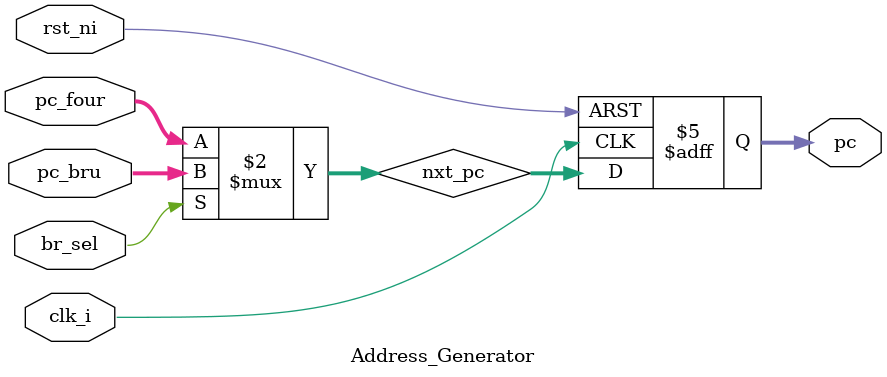
<source format=v>
module Address_Generator (
	input             rst_ni,
	input             clk_i,
	input             br_sel,
	input      [31:0] pc_four,
   input      [31:0] pc_bru,
	output reg [31:0] pc
);
	reg [31:0] nxt_pc;

	always @(*) begin  //combinational block so block assignment (=) and not a non-blocking one (<=)
		nxt_pc = br_sel ? pc_bru : pc_four;
	end

	always @(posedge clk_i or negedge rst_ni) begin //sequential block so non-block assigment (<=) is used
		if (!rst_ni) begin
			pc <= 32'd0;
		end
		else begin
			pc <= nxt_pc;
		end
	end 
 
endmodule
</source>
